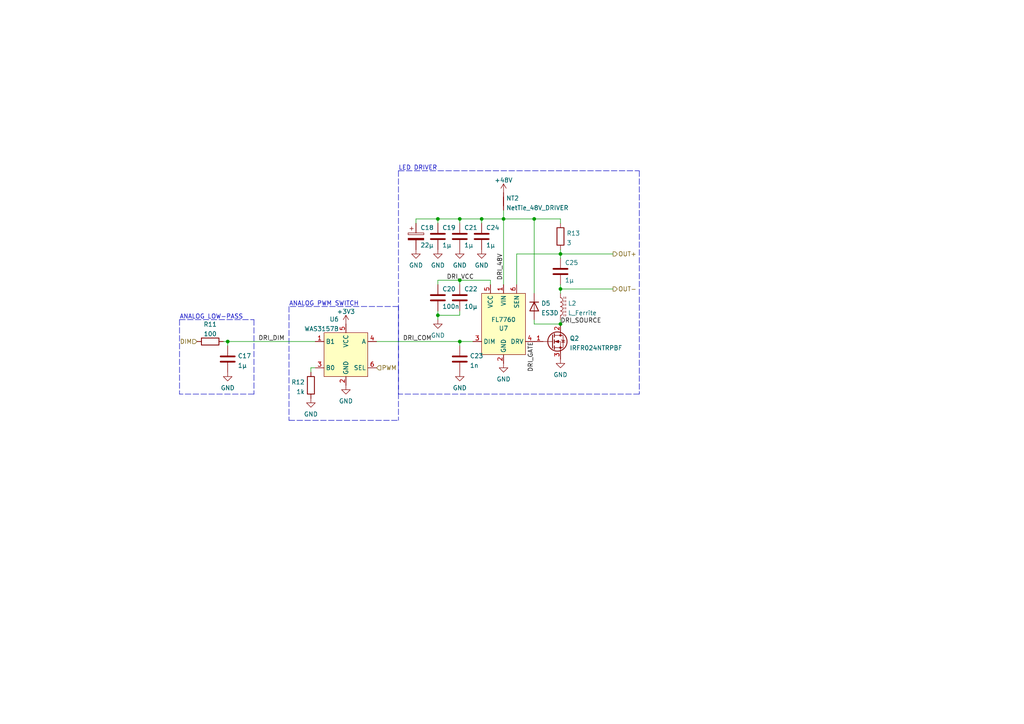
<source format=kicad_sch>
(kicad_sch (version 20211123) (generator eeschema)
  (paper "A4")
  (lib_symbols
    (symbol "Device:C" (pin_numbers hide) (pin_names (offset 0.254))
      (property "Reference" "C" (at 0.635 2.54 0))
      (property "Value" "C" (at 0.635 -2.54 0))
      (symbol "C_0_1"
        (polyline (pts (xy -2.032 -0.762) (xy 2.032 -0.762)) (stroke (width 0.508)))
        (polyline (pts (xy -2.032 0.762) (xy 2.032 0.762)) (stroke (width 0.508)))
      )
      (symbol "C_1_1"
        (pin passive line (at 0 3.81 270) (length 2.794) (name "~") (number "1"))
        (pin passive line (at 0 -3.81 90) (length 2.794) (name "~") (number "2"))
      )
    )
    (symbol "Device:C_Polarized" (pin_numbers hide) (pin_names (offset 0.254))
      (property "Reference" "C" (at 0.635 2.54 0))
      (property "Value" "C_Polarized" (at 0.635 -2.54 0))
      (symbol "C_Polarized_0_1"
        (rectangle (start -2.286 0.508) (end 2.286 1.016))
        (polyline (pts (xy -1.778 2.286) (xy -0.762 2.286)))
        (polyline (pts (xy -1.27 2.794) (xy -1.27 1.778)))
        (rectangle (start 2.286 -0.508) (end -2.286 -1.016) (fill (type outline)))
      )
      (symbol "C_Polarized_1_1"
        (pin passive line (at 0 3.81 270) (length 2.794) (name "~") (number "1"))
        (pin passive line (at 0 -3.81 90) (length 2.794) (name "~") (number "2"))
      )
    )
    (symbol "Device:D" (pin_numbers hide) (pin_names (offset 1.016) hide)
      (property "Reference" "D" (at 0 2.54 0))
      (property "Value" "D" (at 0 -2.54 0))
      (symbol "D_0_1"
        (polyline (pts (xy -1.27 1.27) (xy -1.27 -1.27)) (stroke (width 0.254)))
        (polyline (pts (xy 1.27 0) (xy -1.27 0)))
        (polyline (pts (xy 1.27 1.27) (xy 1.27 -1.27) (xy -1.27 0) (xy 1.27 1.27)) (stroke (width 0.254)))
      )
      (symbol "D_1_1"
        (pin passive line (at -3.81 0 0) (length 2.54) (name "K") (number "1"))
        (pin passive line (at 3.81 0 180) (length 2.54) (name "A") (number "2"))
      )
    )
    (symbol "Device:L_Ferrite" (pin_numbers hide) (pin_names (offset 1.016) hide)
      (property "Reference" "L" (at -1.27 0 90))
      (property "Value" "L_Ferrite" (at 2.794 0 90))
      (symbol "L_Ferrite_0_1"
        (arc (start 0 -2.54) (mid 0.635 -1.905) (end 0 -1.27))
        (arc (start 0 -1.27) (mid 0.635 -0.635) (end 0 0))
        (polyline (pts (xy 1.016 -2.794) (xy 1.016 -2.286)))
        (polyline (pts (xy 1.016 -1.778) (xy 1.016 -1.27)))
        (polyline (pts (xy 1.016 -0.762) (xy 1.016 -0.254)))
        (polyline (pts (xy 1.016 0.254) (xy 1.016 0.762)))
        (polyline (pts (xy 1.016 1.27) (xy 1.016 1.778)))
        (polyline (pts (xy 1.016 2.286) (xy 1.016 2.794)))
        (polyline (pts (xy 1.524 -2.286) (xy 1.524 -2.794)))
        (polyline (pts (xy 1.524 -1.27) (xy 1.524 -1.778)))
        (polyline (pts (xy 1.524 -0.254) (xy 1.524 -0.762)))
        (polyline (pts (xy 1.524 0.762) (xy 1.524 0.254)))
        (polyline (pts (xy 1.524 1.778) (xy 1.524 1.27)))
        (polyline (pts (xy 1.524 2.794) (xy 1.524 2.286)))
        (arc (start 0 0) (mid 0.635 0.635) (end 0 1.27))
        (arc (start 0 1.27) (mid 0.635 1.905) (end 0 2.54))
      )
      (symbol "L_Ferrite_1_1"
        (pin passive line (at 0 3.81 270) (length 1.27) (name "1") (number "1"))
        (pin passive line (at 0 -3.81 90) (length 1.27) (name "2") (number "2"))
      )
    )
    (symbol "Device:NetTie_2" (pin_numbers hide) (pin_names (offset 0) hide)
      (property "Reference" "NT" (at 0 1.27 0))
      (property "Value" "NetTie_2" (at 0 -1.27 0))
      (symbol "NetTie_2_0_1"
        (polyline (pts (xy -1.27 0) (xy 1.27 0)) (stroke (width 0.254)))
      )
      (symbol "NetTie_2_1_1"
        (pin passive line (at -2.54 0 0) (length 2.54) (name "1") (number "1"))
        (pin passive line (at 2.54 0 180) (length 2.54) (name "2") (number "2"))
      )
    )
    (symbol "Device:Q_NMOS_GDS" (pin_names (offset 0) hide)
      (property "Reference" "Q" (at 5.08 1.27 0))
      (property "Value" "Q_NMOS_GDS" (at 5.08 -1.27 0))
      (symbol "Q_NMOS_GDS_0_1"
        (polyline (pts (xy 0.254 0) (xy -2.54 0)))
        (polyline (pts (xy 0.254 1.905) (xy 0.254 -1.905)) (stroke (width 0.254)))
        (polyline (pts (xy 0.762 -1.27) (xy 0.762 -2.286)) (stroke (width 0.254)))
        (polyline (pts (xy 0.762 0.508) (xy 0.762 -0.508)) (stroke (width 0.254)))
        (polyline (pts (xy 0.762 2.286) (xy 0.762 1.27)) (stroke (width 0.254)))
        (polyline (pts (xy 2.54 2.54) (xy 2.54 1.778)))
        (polyline (pts (xy 2.54 -2.54) (xy 2.54 0) (xy 0.762 0)))
        (polyline (pts (xy 0.762 -1.778) (xy 3.302 -1.778) (xy 3.302 1.778) (xy 0.762 1.778)))
        (polyline (pts (xy 1.016 0) (xy 2.032 0.381) (xy 2.032 -0.381) (xy 1.016 0)) (fill (type outline)))
        (polyline (pts (xy 2.794 0.508) (xy 2.921 0.381) (xy 3.683 0.381) (xy 3.81 0.254)))
        (polyline (pts (xy 3.302 0.381) (xy 2.921 -0.254) (xy 3.683 -0.254) (xy 3.302 0.381)))
        (circle (center 1.651 0) (radius 2.794) (stroke (width 0.254)))
        (circle (center 2.54 -1.778) (radius 0.254) (fill (type outline)))
        (circle (center 2.54 1.778) (radius 0.254) (fill (type outline)))
      )
      (symbol "Q_NMOS_GDS_1_1"
        (pin input line (at -5.08 0 0) (length 2.54) (name "G") (number "1"))
        (pin passive line (at 2.54 5.08 270) (length 2.54) (name "D") (number "2"))
        (pin passive line (at 2.54 -5.08 90) (length 2.54) (name "S") (number "3"))
      )
    )
    (symbol "Device:R" (pin_numbers hide) (pin_names (offset 0))
      (property "Reference" "R" (at 2.032 0 90))
      (property "Value" "R" (at 0 0 90))
      (symbol "R_0_1"
        (rectangle (start -1.016 -2.54) (end 1.016 2.54) (stroke (width 0.254)))
      )
      (symbol "R_1_1"
        (pin passive line (at 0 3.81 270) (length 1.27) (name "~") (number "1"))
        (pin passive line (at 0 -3.81 90) (length 1.27) (name "~") (number "2"))
      )
    )
    (symbol "Library:FL7760"
      (property "Reference" "U" (at 0 -1.27 0))
      (property "Value" "FL7760" (at 0 1.27 0))
      (symbol "FL7760_0_1"
        (rectangle (start -6.35 10.16) (end 6.35 -7.62) (stroke (width 0.1524)) (fill (type background)))
      )
      (symbol "FL7760_1_1"
        (pin input line (at 0 12.7 270) (length 2.54) (name "VIN") (number "1"))
        (pin input line (at 0 -10.16 90) (length 2.54) (name "GND") (number "2"))
        (pin input line (at -8.89 -3.81 0) (length 2.54) (name "DIM") (number "3"))
        (pin output line (at 8.89 -3.81 180) (length 2.54) (name "DRV") (number "4"))
        (pin input line (at -3.81 12.7 270) (length 2.54) (name "VCC") (number "5"))
        (pin input line (at 3.81 12.7 270) (length 2.54) (name "SEN") (number "6"))
      )
    )
    (symbol "Library:WAS3157B"
      (property "Reference" "U" (at 0 -1.27 0))
      (property "Value" "WAS3157B" (at 0 1.27 0))
      (symbol "WAS3157B_0_1"
        (rectangle (start -6.35 6.35) (end 6.35 -6.35) (stroke (width 0.1524)) (fill (type background)))
      )
      (symbol "WAS3157B_1_1"
        (pin input line (at 8.89 3.81 180) (length 2.54) (name "B1") (number "1"))
        (pin input line (at 0 -8.89 90) (length 2.54) (name "GND") (number "2"))
        (pin input line (at 8.89 -3.81 180) (length 2.54) (name "B0") (number "3"))
        (pin input line (at -8.89 3.81 0) (length 2.54) (name "A") (number "4"))
        (pin input line (at 0 8.89 270) (length 2.54) (name "VCC") (number "5"))
        (pin input line (at -8.89 -3.81 0) (length 2.54) (name "SEL") (number "6"))
      )
    )
    (symbol "power:+3V3" (power) (pin_names (offset 0))
      (property "Value" "+3V3" (at 0 3.556 0))
      (symbol "+3V3_0_1"
        (polyline (pts (xy -0.762 1.27) (xy 0 2.54)))
        (polyline (pts (xy 0 0) (xy 0 2.54)))
        (polyline (pts (xy 0 2.54) (xy 0.762 1.27)))
      )
      (symbol "+3V3_1_1"
        (pin power_in line (at 0 0 90) (length 0) hide (name "+3V3") (number "1"))
      )
    )
    (symbol "power:+48V" (power) (pin_names (offset 0))
      (property "Value" "+48V" (at 0 3.556 0))
      (symbol "+48V_0_1"
        (polyline (pts (xy -0.762 1.27) (xy 0 2.54)))
        (polyline (pts (xy 0 0) (xy 0 2.54)))
        (polyline (pts (xy 0 2.54) (xy 0.762 1.27)))
      )
      (symbol "+48V_1_1"
        (pin power_in line (at 0 0 90) (length 0) hide (name "+48V") (number "1"))
      )
    )
    (symbol "power:GND" (power) (pin_names (offset 0))
      (property "Value" "GND" (at 0 -3.81 0))
      (symbol "GND_0_1"
        (polyline (pts (xy 0 0) (xy 0 -1.27) (xy 1.27 -1.27) (xy 0 -2.54) (xy -1.27 -1.27) (xy 0 -1.27)))
      )
      (symbol "GND_1_1"
        (pin power_in line (at 0 0 270) (length 0) hide (name "GND") (number "1"))
      )
    )
  )
  (junction (at 154.94 63.5))
  (junction (at 139.7 63.5))
  (junction (at 162.56 93.98))
  (junction (at 66.04 99.06))
  (junction (at 127 91.44))
  (junction (at 146.05 63.5))
  (junction (at 162.56 83.82))
  (junction (at 133.35 63.5))
  (junction (at 127 63.5))
  (junction (at 133.35 99.06))
  (junction (at 133.35 81.28))
  (junction (at 162.56 73.66))
  (wire (pts (xy 109.22 99.06) (xy 133.35 99.06)))
  (wire (pts (xy 133.35 63.5) (xy 133.35 64.77)))
  (wire (pts (xy 162.56 73.66) (xy 177.8 73.66)))
  (wire (pts (xy 146.05 63.5) (xy 146.05 82.55)))
  (wire (pts (xy 127 91.44) (xy 127 92.71)))
  (polyline (pts (xy 185.42 49.53) (xy 185.42 114.3)))
  (wire (pts (xy 162.56 83.82) (xy 162.56 85.09)))
  (polyline (pts (xy 52.07 92.71) (xy 52.07 114.3)))
  (wire (pts (xy 90.17 107.95) (xy 90.17 106.68)))
  (polyline (pts (xy 73.66 114.3) (xy 52.07 114.3)))
  (polyline (pts (xy 115.57 88.9) (xy 83.82 88.9)))
  (wire (pts (xy 127 81.28) (xy 127 82.55)))
  (polyline (pts (xy 185.42 114.3) (xy 115.57 114.3)))
  (polyline (pts (xy 83.82 88.9) (xy 83.82 121.92)))
  (wire (pts (xy 149.86 73.66) (xy 149.86 82.55)))
  (wire (pts (xy 162.56 83.82) (xy 177.8 83.82)))
  (wire (pts (xy 133.35 63.5) (xy 139.7 63.5)))
  (wire (pts (xy 120.65 64.77) (xy 120.65 63.5)))
  (wire (pts (xy 162.56 63.5) (xy 162.56 64.77)))
  (wire (pts (xy 66.04 99.06) (xy 64.77 99.06)))
  (wire (pts (xy 154.94 93.98) (xy 162.56 93.98)))
  (polyline (pts (xy 115.57 49.53) (xy 115.57 114.3)))
  (wire (pts (xy 162.56 83.82) (xy 162.56 82.55)))
  (polyline (pts (xy 83.82 121.92) (xy 115.57 121.92)))
  (wire (pts (xy 154.94 63.5) (xy 162.56 63.5)))
  (wire (pts (xy 154.94 63.5) (xy 154.94 85.09)))
  (wire (pts (xy 133.35 99.06) (xy 137.16 99.06)))
  (polyline (pts (xy 115.57 49.53) (xy 185.42 49.53)))
  (wire (pts (xy 162.56 72.39) (xy 162.56 73.66)))
  (wire (pts (xy 162.56 92.71) (xy 162.56 93.98)))
  (wire (pts (xy 120.65 63.5) (xy 127 63.5)))
  (wire (pts (xy 127 63.5) (xy 127 64.77)))
  (wire (pts (xy 133.35 91.44) (xy 127 91.44)))
  (wire (pts (xy 154.94 92.71) (xy 154.94 93.98)))
  (wire (pts (xy 146.05 60.96) (xy 146.05 63.5)))
  (wire (pts (xy 91.44 106.68) (xy 90.17 106.68)))
  (wire (pts (xy 149.86 73.66) (xy 162.56 73.66)))
  (wire (pts (xy 133.35 81.28) (xy 127 81.28)))
  (polyline (pts (xy 73.66 92.71) (xy 73.66 114.3)))
  (wire (pts (xy 66.04 99.06) (xy 91.44 99.06)))
  (wire (pts (xy 142.24 82.55) (xy 142.24 81.28)))
  (wire (pts (xy 139.7 64.77) (xy 139.7 63.5)))
  (wire (pts (xy 133.35 81.28) (xy 142.24 81.28)))
  (wire (pts (xy 127 63.5) (xy 133.35 63.5)))
  (wire (pts (xy 139.7 63.5) (xy 146.05 63.5)))
  (wire (pts (xy 133.35 90.17) (xy 133.35 91.44)))
  (wire (pts (xy 127 90.17) (xy 127 91.44)))
  (wire (pts (xy 133.35 81.28) (xy 133.35 82.55)))
  (wire (pts (xy 66.04 100.33) (xy 66.04 99.06)))
  (wire (pts (xy 133.35 99.06) (xy 133.35 100.33)))
  (wire (pts (xy 162.56 74.93) (xy 162.56 73.66)))
  (wire (pts (xy 146.05 63.5) (xy 154.94 63.5)))
  (polyline (pts (xy 115.57 88.9) (xy 115.57 121.92)))
  (polyline (pts (xy 52.07 92.71) (xy 73.66 92.71)))
  (text "ANALOG PWM SWITCH" (at 83.82 88.9 0) (effects (font (size 1.27 1.27)) (justify left bottom)))
  (text "ANALOG LOW-PASS" (at 52.07 92.71 0) (effects (font (size 1.27 1.27)) (justify left bottom)))
  (text "LED DRIVER" (at 115.57 49.53 0) (effects (font (size 1.27 1.27)) (justify left bottom)))
  (label "DRI_DIM" (at 74.93 99.06 0))
  (label "DRI_COM" (at 116.84 99.06 0))
  (label "DRI_48V" (at 146.05 81.28 90))
  (label "DRI_VCC" (at 129.54 81.28 0))
  (label "DRI_SOURCE" (at 162.56 93.98 0))
  (label "DRI_GATE" (at 154.94 99.06 270))
  (hierarchical_label "OUT+" (shape output) (at 177.8 73.66 0))
  (hierarchical_label "PWM" (shape input) (at 109.22 106.68 0))
  (hierarchical_label "DIM" (shape input) (at 57.15 99.06 180))
  (hierarchical_label "OUT-" (shape output) (at 177.8 83.82 0))
  (symbol (lib_id "power:GND") (at 127 92.71 0) (unit 1)
    (property "Reference" "#PWR048" (effects hide))
    (property "Value" "GND" (at 127 97.2725 0))
  )
  (symbol (lib_id "Device:C") (at 162.56 78.74 0) (unit 1)
    (property "Reference" "C25" (at 163.83 76.2 0) (effects (justify left)))
    (property "Value" "1µ" (at 163.83 81.28 0) (effects (justify left)))
    (property "Footprint" "Capacitor_SMD:C_0805_2012Metric" (effects hide))
  )
  (symbol (lib_id "Device:C") (at 133.35 86.36 0) (unit 1)
    (property "Reference" "C22" (at 134.62 83.82 0) (effects (justify left)))
    (property "Value" "10µ" (at 134.62 88.9 0) (effects (justify left)))
    (property "Footprint" "Capacitor_SMD:C_0805_2012Metric" (effects hide))
  )
  (symbol (lib_id "power:GND") (at 133.35 107.95 0) (unit 1)
    (property "Reference" "#PWR050" (effects hide))
    (property "Value" "GND" (at 133.35 112.5125 0))
  )
  (symbol (lib_id "Device:R") (at 90.17 111.76 0) (mirror y) (unit 1)
    (property "Reference" "R12" (at 88.392 110.8515 0) (effects (justify left)))
    (property "Value" "1k" (at 88.392 113.6266 0) (effects (justify left)))
    (property "Footprint" "Resistor_SMD:R_0603_1608Metric" (effects hide))
  )
  (symbol (lib_id "Device:C") (at 133.35 68.58 0) (unit 1)
    (property "Reference" "C21" (at 134.62 66.04 0) (effects (justify left)))
    (property "Value" "1µ" (at 134.62 71.12 0) (effects (justify left)))
    (property "Footprint" "Capacitor_SMD:C_0805_2012Metric" (effects hide))
  )
  (symbol (lib_id "Device:R") (at 162.56 68.58 0) (unit 1)
    (property "Reference" "R13" (at 164.338 67.6715 0) (effects (justify left)))
    (property "Value" "3" (at 164.338 70.4466 0) (effects (justify left)))
    (property "Footprint" "Resistor_SMD:R_1206_3216Metric" (effects hide))
  )
  (symbol (lib_id "power:GND") (at 66.04 107.95 0) (unit 1)
    (property "Reference" "#PWR042" (effects hide))
    (property "Value" "GND" (at 66.04 112.5125 0))
  )
  (symbol (lib_id "power:GND") (at 127 72.39 0) (unit 1)
    (property "Reference" "#PWR047" (effects hide))
    (property "Value" "GND" (at 127 76.9525 0))
  )
  (symbol (lib_id "Device:C") (at 66.04 104.14 0) (unit 1)
    (property "Reference" "C17" (at 68.961 103.2315 0) (effects (justify left)))
    (property "Value" "1µ" (at 68.961 106.0066 0) (effects (justify left)))
    (property "Footprint" "Capacitor_SMD:C_0805_2012Metric" (effects hide))
  )
  (symbol (lib_id "power:+48V") (at 146.05 55.88 0) (unit 1)
    (property "Reference" "#PWR052" (effects hide))
    (property "Value" "+48V" (at 146.05 52.2755 0))
  )
  (symbol (lib_id "Device:C") (at 127 86.36 0) (unit 1)
    (property "Reference" "C20" (at 128.27 83.82 0) (effects (justify left)))
    (property "Value" "100n" (at 128.27 88.9 0) (effects (justify left)))
    (property "Footprint" "Capacitor_SMD:C_0805_2012Metric" (effects hide))
  )
  (symbol (lib_id "Device:C_Polarized") (at 120.65 68.58 0) (unit 1)
    (property "Reference" "C18" (at 121.92 66.04 0) (effects (justify left)))
    (property "Value" "22µ" (at 121.92 71.12 0) (effects (justify left)))
    (property "Footprint" "Capacitor_SMD:CP_Elec_6.3x4.5" (effects hide))
  )
  (symbol (lib_id "power:GND") (at 162.56 104.14 0) (unit 1)
    (property "Reference" "#PWR054" (effects hide))
    (property "Value" "GND" (at 162.56 108.7025 0))
  )
  (symbol (lib_id "Device:Q_NMOS_GDS") (at 160.02 99.06 0) (unit 1)
    (property "Reference" "Q2" (at 165.227 98.1515 0) (effects (justify left)))
    (property "Value" "IRFR024NTRPBF" (at 165.227 100.9266 0) (effects (justify left)))
    (property "Footprint" "Package_TO_SOT_SMD:TO-252-2" (effects hide))
  )
  (symbol (lib_id "Device:D") (at 154.94 88.9 270) (unit 1)
    (property "Reference" "D5" (at 156.972 87.9915 90) (effects (justify left)))
    (property "Value" "ES3D" (at 156.972 90.7666 90) (effects (justify left)))
    (property "Footprint" "Diode_SMD:D_SMB" (effects hide))
  )
  (symbol (lib_id "Device:R") (at 60.96 99.06 90) (unit 1)
    (property "Reference" "R11" (at 60.96 94.0775 90))
    (property "Value" "100" (at 60.96 96.8526 90))
    (property "Footprint" "Resistor_SMD:R_0603_1608Metric" (effects hide))
  )
  (symbol (lib_id "Device:C") (at 127 68.58 0) (unit 1)
    (property "Reference" "C19" (at 128.27 66.04 0) (effects (justify left)))
    (property "Value" "1µ" (at 128.27 71.12 0) (effects (justify left)))
    (property "Footprint" "Capacitor_SMD:C_0805_2012Metric" (effects hide))
  )
  (symbol (lib_id "power:GND") (at 133.35 72.39 0) (unit 1)
    (property "Reference" "#PWR049" (effects hide))
    (property "Value" "GND" (at 133.35 76.9525 0))
  )
  (symbol (lib_id "Device:NetTie_2") (at 146.05 58.42 90) (unit 1)
    (property "Reference" "NT2" (at 146.812 57.5115 90) (effects (justify right)))
    (property "Value" "NetTie_48V_DRIVER" (at 146.812 60.2866 90) (effects (justify right)))
    (property "Footprint" "NetTie:NetTie-2_SMD_Pad2.0mm" (effects hide))
  )
  (symbol (lib_id "power:GND") (at 100.33 111.76 0) (unit 1)
    (property "Reference" "#PWR045" (effects hide))
    (property "Value" "GND" (at 100.33 116.3225 0))
  )
  (symbol (lib_id "power:GND") (at 120.65 72.39 0) (unit 1)
    (property "Reference" "#PWR046" (effects hide))
    (property "Value" "GND" (at 120.65 76.9525 0))
  )
  (symbol (lib_id "power:GND") (at 90.17 115.57 0) (mirror y) (unit 1)
    (property "Reference" "#PWR043" (effects hide))
    (property "Value" "GND" (at 90.17 120.1325 0))
  )
  (symbol (lib_id "Device:L_Ferrite") (at 162.56 88.9 0) (unit 1)
    (property "Reference" "L2" (at 164.719 87.9915 0) (effects (justify left)))
    (property "Value" "L_Ferrite" (at 164.719 90.7666 0) (effects (justify left)))
    (property "Footprint" "Inductor_SMD:L_12x12mm_H8mm" (effects hide))
  )
  (symbol (lib_id "power:GND") (at 139.7 72.39 0) (unit 1)
    (property "Reference" "#PWR051" (effects hide))
    (property "Value" "GND" (at 139.7 76.9525 0))
  )
  (symbol (lib_id "power:+3V3") (at 100.33 93.98 0) (unit 1)
    (property "Reference" "#PWR044" (effects hide))
    (property "Value" "+3V3" (at 100.33 90.3755 0))
  )
  (symbol (lib_id "Library:FL7760") (at 146.05 95.25 0) (unit 1)
    (property "Reference" "U7" (at 146.05 95.25 0))
    (property "Value" "FL7760" (at 146.05 92.71 0))
    (property "Footprint" "Package_TO_SOT_SMD:SOT-23-6" (effects hide))
  )
  (symbol (lib_id "Device:C") (at 139.7 68.58 0) (unit 1)
    (property "Reference" "C24" (at 140.97 66.04 0) (effects (justify left)))
    (property "Value" "1µ" (at 140.97 71.12 0) (effects (justify left)))
    (property "Footprint" "Capacitor_SMD:C_0805_2012Metric" (effects hide))
  )
  (symbol (lib_id "power:GND") (at 146.05 105.41 0) (unit 1)
    (property "Reference" "#PWR053" (effects hide))
    (property "Value" "GND" (at 146.05 109.9725 0))
  )
  (symbol (lib_id "Library:WAS3157B") (at 100.33 102.87 0) (mirror y) (unit 1)
    (property "Reference" "U6" (at 98.3106 92.6043 0) (effects (justify left)))
    (property "Value" "WAS3157B" (at 98.3106 95.3794 0) (effects (justify left)))
    (property "Footprint" "Package_TO_SOT_SMD:SOT-363_SC-70-6" (effects hide))
  )
  (symbol (lib_id "Device:C") (at 133.35 104.14 0) (unit 1)
    (property "Reference" "C23" (at 136.271 103.2315 0) (effects (justify left)))
    (property "Value" "1n" (at 136.271 106.0066 0) (effects (justify left)))
    (property "Footprint" "Capacitor_SMD:C_0805_2012Metric" (effects hide))
  )
)
</source>
